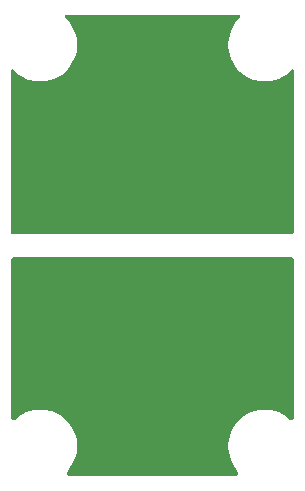
<source format=gbr>
%TF.GenerationSoftware,KiCad,Pcbnew,8.0.2*%
%TF.CreationDate,2025-01-11T01:23:29-03:00*%
%TF.ProjectId,preenfasis,70726565-6e66-4617-9369-732e6b696361,v1.3*%
%TF.SameCoordinates,Original*%
%TF.FileFunction,Copper,L2,Bot*%
%TF.FilePolarity,Positive*%
%FSLAX46Y46*%
G04 Gerber Fmt 4.6, Leading zero omitted, Abs format (unit mm)*
G04 Created by KiCad (PCBNEW 8.0.2) date 2025-01-11 01:23:29*
%MOMM*%
%LPD*%
G01*
G04 APERTURE LIST*
%TA.AperFunction,SMDPad,CuDef*%
%ADD10R,4.200000X1.350000*%
%TD*%
%TA.AperFunction,ViaPad*%
%ADD11C,0.600000*%
%TD*%
G04 APERTURE END LIST*
D10*
%TO.P,J3,2,Ext*%
%TO.N,Net-(J3-Ext)*%
X102743000Y-69565000D03*
X102743000Y-75215000D03*
%TD*%
%TO.P,J2,2,Ext*%
%TO.N,Net-(J1-Ext)*%
X122174000Y-91725000D03*
X122174000Y-86075000D03*
%TD*%
%TO.P,J4,2,Ext*%
%TO.N,Net-(J3-Ext)*%
X122174000Y-75215000D03*
X122174000Y-69565000D03*
%TD*%
%TO.P,J1,2,Ext*%
%TO.N,Net-(J1-Ext)*%
X102816000Y-86075000D03*
X102816000Y-91725000D03*
%TD*%
D11*
%TO.N,Net-(J1-Ext)*%
X115500000Y-90000000D03*
X112000000Y-85000000D03*
X122500000Y-87700000D03*
X113000000Y-82500000D03*
X113000000Y-85000000D03*
X118500000Y-93000000D03*
X120000000Y-83500000D03*
X104000000Y-87700000D03*
X104500000Y-84000000D03*
X105000000Y-83000000D03*
X109000000Y-85000000D03*
X116250000Y-92750000D03*
X121500000Y-87700000D03*
X116500000Y-90000000D03*
X101000000Y-90100000D03*
X115000000Y-82500000D03*
X116000000Y-85000000D03*
X119000000Y-82500000D03*
X102816000Y-84455000D03*
X107000000Y-87500000D03*
X113250000Y-92750000D03*
X117500000Y-90000000D03*
X122174000Y-93319600D03*
X120500000Y-87700000D03*
X114250000Y-92750000D03*
X110000000Y-82500000D03*
X107000000Y-85000000D03*
X117500000Y-93000000D03*
X106000000Y-93000000D03*
X104000000Y-90100000D03*
X110000000Y-87500000D03*
X111000000Y-85000000D03*
X119500000Y-90000000D03*
X115250000Y-92750000D03*
X121500000Y-90100000D03*
X122174000Y-84531200D03*
X111250000Y-92750000D03*
X119500000Y-93000000D03*
X112000000Y-87500000D03*
X118000000Y-87500000D03*
X110000000Y-85000000D03*
X122500000Y-90100000D03*
X103000000Y-90100000D03*
X120500000Y-90100000D03*
X123500000Y-90100000D03*
X117000000Y-87500000D03*
X107000000Y-93000000D03*
X109000000Y-82500000D03*
X120500000Y-84500000D03*
X118000000Y-85000000D03*
X114000000Y-82500000D03*
X115000000Y-85000000D03*
X110250000Y-92750000D03*
X108000000Y-82500000D03*
X117000000Y-82500000D03*
X116000000Y-87500000D03*
X108000000Y-85000000D03*
X102816000Y-93345000D03*
X117000000Y-85000000D03*
X105000000Y-90000000D03*
X116000000Y-82500000D03*
X113500000Y-90000000D03*
X108000000Y-87500000D03*
X102000000Y-90100000D03*
X107000000Y-82500000D03*
X111000000Y-87500000D03*
X115000000Y-87500000D03*
X113000000Y-87500000D03*
X112250000Y-92750000D03*
X109000000Y-87500000D03*
X106000000Y-82500000D03*
X101000000Y-87700000D03*
X114500000Y-90000000D03*
X103000000Y-87700000D03*
X118000000Y-82500000D03*
X110000000Y-90000000D03*
X109000000Y-90000000D03*
X111000000Y-90000000D03*
X112000000Y-82500000D03*
X123500000Y-87700000D03*
X107000000Y-90000000D03*
X111000000Y-82500000D03*
X109250000Y-92750000D03*
X114000000Y-85000000D03*
X106000000Y-90000000D03*
X118500000Y-90000000D03*
X102000000Y-87700000D03*
X108000000Y-90000000D03*
X114000000Y-87500000D03*
X108250000Y-92750000D03*
%TO.N,Net-(J3-Ext)*%
X102768400Y-67968500D03*
X122174000Y-67968500D03*
X122174000Y-76782300D03*
X102725000Y-76731500D03*
%TD*%
%TA.AperFunction,Conductor*%
%TO.N,Net-(J1-Ext)*%
G36*
X124346288Y-81018954D02*
G01*
X124427070Y-81072930D01*
X124481046Y-81153712D01*
X124500000Y-81249000D01*
X124500000Y-94514092D01*
X124481046Y-94609380D01*
X124427070Y-94690162D01*
X124346288Y-94744138D01*
X124251000Y-94763092D01*
X124155712Y-94744138D01*
X124074933Y-94690164D01*
X124069263Y-94684494D01*
X123796997Y-94467370D01*
X123796998Y-94467370D01*
X123796996Y-94467369D01*
X123502143Y-94282100D01*
X123502139Y-94282098D01*
X123502133Y-94282094D01*
X123502123Y-94282089D01*
X123502119Y-94282087D01*
X123188373Y-94130995D01*
X122951659Y-94048166D01*
X122859681Y-94015982D01*
X122859683Y-94015982D01*
X122520172Y-93938491D01*
X122174132Y-93899500D01*
X122174120Y-93899500D01*
X121825880Y-93899500D01*
X121825867Y-93899500D01*
X121479827Y-93938491D01*
X121140318Y-94015982D01*
X120811626Y-94130995D01*
X120497880Y-94282087D01*
X120497856Y-94282100D01*
X120203003Y-94467369D01*
X119930740Y-94684491D01*
X119684491Y-94930740D01*
X119467369Y-95203003D01*
X119282100Y-95497856D01*
X119282087Y-95497880D01*
X119130995Y-95811626D01*
X119015982Y-96140318D01*
X118938491Y-96479827D01*
X118899500Y-96825867D01*
X118899500Y-97174132D01*
X118938491Y-97520172D01*
X119015982Y-97859681D01*
X119130995Y-98188373D01*
X119130998Y-98188379D01*
X119282094Y-98502133D01*
X119282098Y-98502139D01*
X119282100Y-98502143D01*
X119400499Y-98690574D01*
X119467370Y-98796997D01*
X119684494Y-99069263D01*
X119690164Y-99074933D01*
X119744138Y-99155712D01*
X119763092Y-99251000D01*
X119744138Y-99346288D01*
X119690162Y-99427070D01*
X119609380Y-99481046D01*
X119514092Y-99500000D01*
X105485908Y-99500000D01*
X105390620Y-99481046D01*
X105309838Y-99427070D01*
X105255862Y-99346288D01*
X105236908Y-99251000D01*
X105255862Y-99155712D01*
X105309835Y-99074933D01*
X105315506Y-99069263D01*
X105532630Y-98796997D01*
X105717906Y-98502133D01*
X105869002Y-98188379D01*
X105984018Y-97859681D01*
X106061509Y-97520171D01*
X106100500Y-97174120D01*
X106100500Y-96825880D01*
X106061509Y-96479829D01*
X105984018Y-96140319D01*
X105869002Y-95811621D01*
X105717906Y-95497867D01*
X105532630Y-95203003D01*
X105315506Y-94930737D01*
X105069263Y-94684494D01*
X104796997Y-94467370D01*
X104796998Y-94467370D01*
X104796996Y-94467369D01*
X104502143Y-94282100D01*
X104502139Y-94282098D01*
X104502133Y-94282094D01*
X104502123Y-94282089D01*
X104502119Y-94282087D01*
X104188373Y-94130995D01*
X103951659Y-94048166D01*
X103859681Y-94015982D01*
X103859683Y-94015982D01*
X103520172Y-93938491D01*
X103174132Y-93899500D01*
X103174120Y-93899500D01*
X102825880Y-93899500D01*
X102825867Y-93899500D01*
X102479827Y-93938491D01*
X102140318Y-94015982D01*
X101811626Y-94130995D01*
X101497880Y-94282087D01*
X101497856Y-94282100D01*
X101203003Y-94467369D01*
X100930740Y-94684491D01*
X100930737Y-94684493D01*
X100930737Y-94684494D01*
X100925066Y-94690164D01*
X100844288Y-94744138D01*
X100749000Y-94763092D01*
X100653712Y-94744138D01*
X100572930Y-94690162D01*
X100518954Y-94609380D01*
X100500000Y-94514092D01*
X100500000Y-81249000D01*
X100518954Y-81153712D01*
X100572930Y-81072930D01*
X100653712Y-81018954D01*
X100749000Y-81000000D01*
X124251000Y-81000000D01*
X124346288Y-81018954D01*
G37*
%TD.AperFunction*%
%TD*%
%TA.AperFunction,Conductor*%
%TO.N,Net-(J3-Ext)*%
G36*
X119882908Y-60519685D02*
G01*
X119928663Y-60572489D01*
X119938607Y-60641647D01*
X119909582Y-60705203D01*
X119903550Y-60711681D01*
X119684491Y-60930739D01*
X119684487Y-60930743D01*
X119467372Y-61202998D01*
X119467371Y-61203000D01*
X119282092Y-61497869D01*
X119130999Y-61811617D01*
X119015985Y-62140307D01*
X119015982Y-62140315D01*
X118938491Y-62479829D01*
X118938489Y-62479841D01*
X118899500Y-62825875D01*
X118899500Y-63174124D01*
X118938489Y-63520158D01*
X118938491Y-63520170D01*
X119015982Y-63859684D01*
X119015985Y-63859692D01*
X119130999Y-64188382D01*
X119282092Y-64502130D01*
X119467371Y-64796999D01*
X119467372Y-64797001D01*
X119684487Y-65069256D01*
X119930743Y-65315512D01*
X120202998Y-65532627D01*
X120203001Y-65532628D01*
X120203003Y-65532630D01*
X120497867Y-65717906D01*
X120811621Y-65869002D01*
X121058488Y-65955384D01*
X121140307Y-65984014D01*
X121140315Y-65984017D01*
X121140318Y-65984017D01*
X121140319Y-65984018D01*
X121479829Y-66061509D01*
X121825876Y-66100499D01*
X121825877Y-66100500D01*
X121825880Y-66100500D01*
X122174123Y-66100500D01*
X122174123Y-66100499D01*
X122520171Y-66061509D01*
X122859681Y-65984018D01*
X123188379Y-65869002D01*
X123502133Y-65717906D01*
X123796997Y-65532630D01*
X123797001Y-65532627D01*
X124069256Y-65315512D01*
X124069260Y-65315508D01*
X124069263Y-65315506D01*
X124288319Y-65096450D01*
X124349642Y-65062965D01*
X124419334Y-65067949D01*
X124475267Y-65109821D01*
X124499684Y-65175285D01*
X124500000Y-65184131D01*
X124500000Y-78876000D01*
X124480315Y-78943039D01*
X124427511Y-78988794D01*
X124376000Y-79000000D01*
X100624000Y-79000000D01*
X100556961Y-78980315D01*
X100511206Y-78927511D01*
X100500000Y-78876000D01*
X100500000Y-65184131D01*
X100519685Y-65117092D01*
X100572489Y-65071337D01*
X100641647Y-65061393D01*
X100705203Y-65090418D01*
X100711681Y-65096450D01*
X100930743Y-65315512D01*
X101202998Y-65532627D01*
X101203001Y-65532628D01*
X101203003Y-65532630D01*
X101497867Y-65717906D01*
X101811621Y-65869002D01*
X102058488Y-65955384D01*
X102140307Y-65984014D01*
X102140315Y-65984017D01*
X102140318Y-65984017D01*
X102140319Y-65984018D01*
X102479829Y-66061509D01*
X102825876Y-66100499D01*
X102825877Y-66100500D01*
X102825880Y-66100500D01*
X103174123Y-66100500D01*
X103174123Y-66100499D01*
X103520171Y-66061509D01*
X103859681Y-65984018D01*
X104188379Y-65869002D01*
X104502133Y-65717906D01*
X104796997Y-65532630D01*
X104797001Y-65532627D01*
X105069256Y-65315512D01*
X105069260Y-65315508D01*
X105069263Y-65315506D01*
X105315506Y-65069263D01*
X105320529Y-65062965D01*
X105532627Y-64797001D01*
X105532628Y-64796999D01*
X105532630Y-64796997D01*
X105717906Y-64502133D01*
X105869002Y-64188379D01*
X105984018Y-63859681D01*
X106061509Y-63520171D01*
X106100500Y-63174120D01*
X106100500Y-62825880D01*
X106061509Y-62479829D01*
X105984018Y-62140319D01*
X105869002Y-61811621D01*
X105717906Y-61497867D01*
X105532630Y-61203003D01*
X105532628Y-61203000D01*
X105532627Y-61202998D01*
X105315512Y-60930743D01*
X105096450Y-60711681D01*
X105062965Y-60650358D01*
X105067949Y-60580666D01*
X105109821Y-60524733D01*
X105175285Y-60500316D01*
X105184131Y-60500000D01*
X119815869Y-60500000D01*
X119882908Y-60519685D01*
G37*
%TD.AperFunction*%
%TD*%
M02*

</source>
